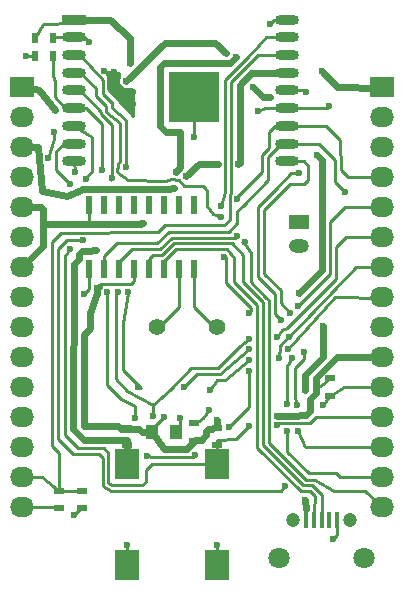
<source format=gbr>
G04 #@! TF.FileFunction,Copper,L1,Top,Signal*
%FSLAX46Y46*%
G04 Gerber Fmt 4.6, Leading zero omitted, Abs format (unit mm)*
G04 Created by KiCad (PCBNEW 4.0.4+e1-6308~48~ubuntu16.04.1-stable) date Thu Nov 24 17:46:36 2016*
%MOMM*%
%LPD*%
G01*
G04 APERTURE LIST*
%ADD10C,0.100000*%
%ADD11R,1.000000X1.250000*%
%ADD12R,2.032000X1.727200*%
%ADD13O,2.032000X1.727200*%
%ADD14C,1.800000*%
%ADD15C,1.200000*%
%ADD16R,0.400000X1.350000*%
%ADD17R,1.700000X1.200000*%
%ADD18O,1.700000X1.200000*%
%ADD19R,2.000000X2.500000*%
%ADD20R,0.600000X1.500000*%
%ADD21O,2.000000X0.900000*%
%ADD22R,2.000000X0.900000*%
%ADD23R,4.300000X4.300000*%
%ADD24C,1.422400*%
%ADD25R,0.900000X0.500000*%
%ADD26R,0.500000X0.900000*%
%ADD27C,0.600000*%
%ADD28C,0.250000*%
%ADD29C,0.600000*%
%ADD30C,0.254000*%
G04 APERTURE END LIST*
D10*
D11*
X130445000Y-137795000D03*
X132445000Y-137795000D03*
D12*
X119380000Y-108585000D03*
D13*
X119380000Y-111125000D03*
X119380000Y-113665000D03*
X119380000Y-116205000D03*
X119380000Y-118745000D03*
X119380000Y-121285000D03*
X119380000Y-123825000D03*
X119380000Y-126365000D03*
X119380000Y-128905000D03*
X119380000Y-131445000D03*
X119380000Y-133985000D03*
X119380000Y-136525000D03*
X119380000Y-139065000D03*
X119380000Y-141605000D03*
X119380000Y-144145000D03*
D14*
X148405000Y-148460000D03*
D15*
X147205000Y-145210000D03*
D16*
X144780000Y-145260000D03*
X144130000Y-145260000D03*
X143480000Y-145260000D03*
X145430000Y-145260000D03*
X146080000Y-145260000D03*
D15*
X142355000Y-145210000D03*
D14*
X141155000Y-148460000D03*
D12*
X149880000Y-108585000D03*
D13*
X149880000Y-111125000D03*
X149880000Y-113665000D03*
X149880000Y-116205000D03*
X149880000Y-118745000D03*
X149880000Y-121285000D03*
X149880000Y-123825000D03*
X149880000Y-126365000D03*
X149880000Y-128905000D03*
X149880000Y-131445000D03*
X149880000Y-133985000D03*
X149880000Y-136525000D03*
X149880000Y-139065000D03*
X149880000Y-141605000D03*
X149880000Y-144145000D03*
D17*
X142875000Y-120015000D03*
D18*
X142875000Y-122015000D03*
D19*
X135890000Y-140505000D03*
X135890000Y-149055000D03*
X128270000Y-140505000D03*
X128270000Y-149055000D03*
D20*
X125095000Y-123985000D03*
X126365000Y-123985000D03*
X127635000Y-123985000D03*
X128905000Y-123985000D03*
X130175000Y-123985000D03*
X131445000Y-123985000D03*
X132715000Y-123985000D03*
X133985000Y-123985000D03*
X133985000Y-118585000D03*
X132715000Y-118585000D03*
X131445000Y-118585000D03*
X130175000Y-118585000D03*
X128905000Y-118585000D03*
X127635000Y-118585000D03*
X126365000Y-118585000D03*
X125095000Y-118585000D03*
D21*
X141825000Y-114870000D03*
X123825000Y-114870000D03*
D22*
X123825000Y-102870000D03*
D21*
X123825000Y-104370000D03*
X123825000Y-105870000D03*
X123825000Y-107370000D03*
X123825000Y-108870000D03*
X123825000Y-110370000D03*
X123825000Y-111870000D03*
X123825000Y-113370000D03*
X141825000Y-113370000D03*
X141825000Y-111870000D03*
X141825000Y-110370000D03*
X141825000Y-108870000D03*
X141825000Y-107370000D03*
X141825000Y-105870000D03*
X141825000Y-104370000D03*
X141825000Y-102870000D03*
D23*
X133945000Y-109450000D03*
D24*
X130810000Y-128905000D03*
X135890000Y-128905000D03*
D25*
X128270000Y-137420000D03*
X128270000Y-138920000D03*
X135890000Y-137420000D03*
X135890000Y-138920000D03*
X145500000Y-133250000D03*
X145500000Y-134750000D03*
X133985000Y-138545000D03*
X133985000Y-137045000D03*
D26*
X122030000Y-105990000D03*
X120530000Y-105990000D03*
X120550000Y-104390000D03*
X122050000Y-104390000D03*
D25*
X124460000Y-144260000D03*
X124460000Y-142760000D03*
X122555000Y-144260000D03*
X122555000Y-142760000D03*
D27*
X119710000Y-105960000D03*
X145720000Y-146880000D03*
X140390000Y-103250000D03*
X126350000Y-107180000D03*
X127170000Y-107270000D03*
X128850000Y-109990000D03*
X128830000Y-108960000D03*
X134000000Y-112800000D03*
X139370000Y-110640000D03*
X145430000Y-110200000D03*
X124700000Y-126100000D03*
X123860000Y-115790000D03*
X132790000Y-136570000D03*
X135890000Y-147320000D03*
X128270000Y-147320000D03*
X123825000Y-144780000D03*
X132430000Y-115760000D03*
X129630000Y-120080000D03*
X140980000Y-136410000D03*
X128530000Y-106510000D03*
X144820000Y-107230000D03*
X137550000Y-106010000D03*
X135890000Y-136750000D03*
X126610000Y-120180000D03*
X132800000Y-112400000D03*
X125800000Y-125600000D03*
X125200000Y-129000000D03*
X131445000Y-136525000D03*
X141980000Y-129710000D03*
X138600000Y-127700000D03*
X136500000Y-123000000D03*
X136300000Y-119600000D03*
X141140000Y-131550000D03*
X138600000Y-131700000D03*
X135300000Y-134200000D03*
X135255000Y-135890000D03*
X128190000Y-115390000D03*
X141930000Y-130720000D03*
X129270000Y-133990000D03*
X128360000Y-125960000D03*
X133100000Y-134000000D03*
X138600000Y-130800000D03*
X127060000Y-116310000D03*
X127540000Y-125960000D03*
X140980000Y-129760000D03*
X130500000Y-136450000D03*
X138600000Y-129900000D03*
X126160000Y-115600000D03*
X129000000Y-136620000D03*
X126630000Y-125900000D03*
X130000000Y-139790000D03*
X134100000Y-139740000D03*
X136900000Y-137400000D03*
X138600000Y-132600000D03*
X142810000Y-127160000D03*
X143400000Y-134200000D03*
X144890000Y-128780000D03*
X142900000Y-125990000D03*
X144410000Y-114360000D03*
X138940000Y-108560000D03*
X140370000Y-109430000D03*
X128240000Y-108060000D03*
X136680000Y-105740000D03*
X143370000Y-143560000D03*
X125690000Y-117200000D03*
X125660000Y-122400000D03*
X137740000Y-115110000D03*
X135980000Y-115110000D03*
X132270000Y-117100000D03*
X133270000Y-116110000D03*
X122100000Y-112400000D03*
X121650000Y-114580000D03*
X125100000Y-104800000D03*
X146750000Y-117450000D03*
X137630000Y-121200000D03*
X137650000Y-118030000D03*
X124800000Y-116330000D03*
X124570000Y-121550000D03*
X141700000Y-142400000D03*
X144910000Y-135510000D03*
X140980000Y-137220000D03*
X138670000Y-137240000D03*
X123510000Y-122280000D03*
X123440000Y-116810000D03*
X142700000Y-135500000D03*
X142750000Y-137690000D03*
X143300000Y-131000000D03*
X142100000Y-127700000D03*
X142900000Y-115900000D03*
X141890000Y-137730000D03*
X141870000Y-135450000D03*
X142280000Y-131550000D03*
X141300000Y-128300000D03*
X143500000Y-109000000D03*
X136290000Y-118640000D03*
X138280000Y-121700000D03*
X122180000Y-110540000D03*
D28*
X132715000Y-123985000D02*
X132715000Y-127185000D01*
X132715000Y-127185000D02*
X130995000Y-128905000D01*
X130995000Y-128905000D02*
X130810000Y-128905000D01*
X120530000Y-105990000D02*
X120110000Y-105960000D01*
X120110000Y-105960000D02*
X119710000Y-105960000D01*
X146080000Y-145260000D02*
X146080000Y-146520000D01*
X146080000Y-146520000D02*
X145720000Y-146880000D01*
X141825000Y-102870000D02*
X140770000Y-102870000D01*
X140770000Y-102870000D02*
X140390000Y-103250000D01*
X128850000Y-109990000D02*
X128850000Y-111010000D01*
X126680002Y-107510002D02*
X126350000Y-107180000D01*
X126680002Y-108760000D02*
X126680002Y-107510002D01*
X127590000Y-109669998D02*
X126680002Y-108760000D01*
X127590000Y-109750000D02*
X127590000Y-109669998D01*
X128850000Y-111010000D02*
X127590000Y-109750000D01*
X127170000Y-107270000D02*
X127170000Y-107880000D01*
X128580000Y-108710000D02*
X128830000Y-108960000D01*
X128000000Y-108710000D02*
X128580000Y-108710000D01*
X127170000Y-107880000D02*
X128000000Y-108710000D01*
X128830000Y-108960000D02*
X128830000Y-109140000D01*
X128850000Y-109990000D02*
X128830000Y-110010000D01*
X128830000Y-108960000D02*
X128850000Y-108980000D01*
X128850000Y-108980000D02*
X128850000Y-109990000D01*
X133945000Y-109450000D02*
X133945000Y-112745000D01*
X133945000Y-112745000D02*
X134000000Y-112800000D01*
X141825000Y-110370000D02*
X140530000Y-110370000D01*
X139960000Y-110370000D02*
X139370000Y-110640000D01*
X140530000Y-110370000D02*
X139960000Y-110370000D01*
X141825000Y-110370000D02*
X145260000Y-110370000D01*
X145260000Y-110370000D02*
X145430000Y-110200000D01*
X125095000Y-123985000D02*
X125095000Y-125705000D01*
X125095000Y-125705000D02*
X124700000Y-126100000D01*
X123825000Y-114870000D02*
X123885000Y-115765000D01*
X123885000Y-115765000D02*
X123860000Y-115790000D01*
X132445000Y-137795000D02*
X132715000Y-137795000D01*
X132715000Y-137795000D02*
X132790000Y-136570000D01*
X135890000Y-149055000D02*
X135890000Y-147320000D01*
X128270000Y-149055000D02*
X128270000Y-147320000D01*
X124460000Y-144160000D02*
X124460000Y-144145000D01*
X124460000Y-144145000D02*
X123825000Y-144780000D01*
X135890000Y-128905000D02*
X135705000Y-128905000D01*
X135705000Y-128905000D02*
X133985000Y-127185000D01*
X133985000Y-127185000D02*
X133985000Y-123985000D01*
D29*
X132800000Y-115390000D02*
X132430000Y-115760000D01*
X132800000Y-112400000D02*
X132800000Y-114700000D01*
X129530000Y-120180000D02*
X126610000Y-120180000D01*
X129630000Y-120080000D02*
X129530000Y-120180000D01*
X132800000Y-114700000D02*
X132800000Y-115390000D01*
D28*
X123825000Y-102870000D02*
X123450000Y-102870000D01*
X123450000Y-102870000D02*
X122400000Y-103210000D01*
X121220000Y-103210000D02*
X120550000Y-104390000D01*
X122400000Y-103210000D02*
X121220000Y-103210000D01*
X145500000Y-133250000D02*
X144875000Y-133745000D01*
X144875000Y-133745000D02*
X144290000Y-134150000D01*
D29*
X149840000Y-131470000D02*
X146065000Y-131445000D01*
X144290000Y-133220000D02*
X146065000Y-131445000D01*
X143490000Y-136370000D02*
X143820000Y-136040000D01*
X141180000Y-136410000D02*
X140980000Y-136410000D01*
X141620000Y-136410000D02*
X141180000Y-136410000D01*
X142270000Y-136410000D02*
X141620000Y-136410000D01*
X143490000Y-136370000D02*
X142270000Y-136410000D01*
X144290000Y-134520000D02*
X144290000Y-134150000D01*
X144290000Y-134150000D02*
X144290000Y-133250000D01*
X143820000Y-134990000D02*
X144290000Y-134520000D01*
X143820000Y-136040000D02*
X143820000Y-134990000D01*
X144290000Y-133250000D02*
X144290000Y-133220000D01*
D28*
X128905000Y-123985000D02*
X128905000Y-125035000D01*
X126130000Y-125270000D02*
X125800000Y-125600000D01*
X128670000Y-125270000D02*
X126130000Y-125270000D01*
X128905000Y-125035000D02*
X128670000Y-125270000D01*
D29*
X128530000Y-106510000D02*
X128530000Y-104470000D01*
X128530000Y-104470000D02*
X126900000Y-102900000D01*
X129340000Y-137540000D02*
X128010000Y-137540000D01*
X128010000Y-137540000D02*
X127760000Y-137540000D01*
X129595000Y-137795000D02*
X129340000Y-137540000D01*
X130445000Y-137795000D02*
X129595000Y-137795000D01*
X127540000Y-137320000D02*
X124720000Y-137300000D01*
X124660000Y-129540000D02*
X125200000Y-129000000D01*
X124689998Y-137269998D02*
X124660000Y-129540000D01*
X124720000Y-137300000D02*
X124689998Y-137269998D01*
X127760000Y-137540000D02*
X127540000Y-137320000D01*
X125060000Y-120180000D02*
X121200000Y-120180000D01*
X121200000Y-120180000D02*
X121200000Y-118900000D01*
X121200000Y-118900000D02*
X121045000Y-118745000D01*
X121045000Y-118745000D02*
X119380000Y-118745000D01*
X126610000Y-120180000D02*
X125060000Y-120180000D01*
D28*
X125095000Y-120145000D02*
X125095000Y-118585000D01*
X125060000Y-120180000D02*
X125095000Y-120145000D01*
D29*
X131620000Y-112400000D02*
X132800000Y-112400000D01*
X131120000Y-111900000D02*
X131620000Y-112400000D01*
X144820000Y-107230000D02*
X146060000Y-108610000D01*
X149780000Y-108630000D02*
X146060000Y-108610000D01*
X131120000Y-106890000D02*
X131120000Y-111900000D01*
X131450000Y-106560000D02*
X131120000Y-106890000D01*
X137000000Y-106560000D02*
X131450000Y-106560000D01*
X137550000Y-106010000D02*
X137000000Y-106560000D01*
X135890000Y-136750000D02*
X135890000Y-137290000D01*
D28*
X135890000Y-137290000D02*
X135830000Y-137500000D01*
X126610000Y-120180000D02*
X126505000Y-120075000D01*
X119380000Y-118745000D02*
X120045000Y-118745000D01*
D29*
X121200000Y-118900000D02*
X121200000Y-122005000D01*
X121200000Y-122005000D02*
X119380000Y-123825000D01*
X125930000Y-125470000D02*
X125800000Y-125600000D01*
X125200000Y-129000000D02*
X125210000Y-127700000D01*
X125210000Y-127700000D02*
X125800000Y-126000000D01*
X125800000Y-126000000D02*
X125800000Y-125600000D01*
X135510000Y-137540000D02*
X135160000Y-137540000D01*
X135160000Y-137540000D02*
X135000000Y-137700000D01*
X135000000Y-137700000D02*
X135000000Y-138000000D01*
X135000000Y-138000000D02*
X134570000Y-138430000D01*
X134570000Y-138430000D02*
X134130000Y-138430000D01*
X134130000Y-138430000D02*
X133970000Y-138525000D01*
D28*
X133985000Y-138285000D02*
X133970000Y-138290000D01*
X135830000Y-137500000D02*
X135510000Y-137540000D01*
D29*
X134620000Y-138430000D02*
X134365000Y-138430000D01*
X131410000Y-139240000D02*
X130445000Y-137795000D01*
X133390000Y-139230000D02*
X131410000Y-139240000D01*
X134070000Y-138430000D02*
X133390000Y-139230000D01*
X134620000Y-138430000D02*
X134070000Y-138430000D01*
X123825000Y-102870000D02*
X126890000Y-102890000D01*
D28*
X130445000Y-137795000D02*
X130445000Y-137525000D01*
X130445000Y-137525000D02*
X131445000Y-136525000D01*
X135830000Y-137500000D02*
X135890000Y-137160000D01*
X147675000Y-123825000D02*
X141980000Y-129710000D01*
X132710365Y-116412414D02*
X133126346Y-116940000D01*
X128350000Y-116490000D02*
X131620000Y-116500000D01*
X131620000Y-116500000D02*
X132040000Y-116400000D01*
X132040000Y-116400000D02*
X132710365Y-116412414D01*
X138600000Y-127700000D02*
X138800000Y-127500000D01*
X138800000Y-127500000D02*
X138800000Y-127300000D01*
X136700000Y-125200000D02*
X136700000Y-123000000D01*
X138800000Y-127300000D02*
X136700000Y-125200000D01*
X136700000Y-123000000D02*
X136500000Y-123000000D01*
X125670000Y-109360000D02*
X126540000Y-110200000D01*
X125670000Y-108690000D02*
X125670000Y-109360000D01*
X124350000Y-107370000D02*
X125670000Y-108690000D01*
X126540000Y-110200000D02*
X126538992Y-110168992D01*
X126560000Y-110710000D02*
X127700000Y-111610000D01*
X126538992Y-110168992D02*
X126560000Y-110710000D01*
X127700000Y-111610000D02*
X127690000Y-114800000D01*
X127690000Y-114800000D02*
X127500000Y-115090000D01*
X127500000Y-115090000D02*
X127490000Y-115750000D01*
X127490000Y-115750000D02*
X128350000Y-116490000D01*
X135570000Y-119360000D02*
X136300000Y-119600000D01*
X135100000Y-118690000D02*
X135570000Y-119360000D01*
X135100000Y-117400000D02*
X135100000Y-118690000D01*
X135000000Y-117200000D02*
X135100000Y-117400000D01*
X134730000Y-116930000D02*
X135000000Y-117200000D01*
X133126346Y-116940000D02*
X134730000Y-116930000D01*
X123825000Y-107370000D02*
X124350000Y-107370000D01*
X149880000Y-123820000D02*
X147675000Y-123825000D01*
X141960000Y-129740000D02*
X141222380Y-130479059D01*
X141222380Y-130479059D02*
X141140000Y-131550000D01*
X138600000Y-131700000D02*
X136600000Y-133400000D01*
X136600000Y-133400000D02*
X135900000Y-133400000D01*
X135900000Y-133400000D02*
X135300000Y-134200000D01*
X134710000Y-136590000D02*
X134030000Y-137100000D01*
X135255000Y-135890000D02*
X134710000Y-136590000D01*
X128190000Y-115390000D02*
X128220000Y-111330000D01*
X128220000Y-111330000D02*
X127020000Y-110380000D01*
X127020000Y-110380000D02*
X127020000Y-109870000D01*
X127020000Y-109870000D02*
X126988608Y-109855569D01*
X126230000Y-109144375D02*
X126230000Y-108010000D01*
X126988608Y-109855569D02*
X126230000Y-109144375D01*
X126230000Y-108010000D02*
X124288990Y-105870000D01*
X145935000Y-126365000D02*
X141930000Y-130720000D01*
X145935000Y-126365000D02*
X149870000Y-126400000D01*
X128630000Y-133240000D02*
X128610000Y-133230000D01*
X129450000Y-134030000D02*
X128630000Y-133240000D01*
X124288990Y-105870000D02*
X123825000Y-105870000D01*
X128610000Y-133230000D02*
X127990000Y-132570000D01*
X127990000Y-132570000D02*
X127960000Y-128540000D01*
X127960000Y-128550000D02*
X128370000Y-126000000D01*
X134200000Y-132900000D02*
X133100000Y-134000000D01*
X136200000Y-132900000D02*
X134200000Y-132900000D01*
X138600000Y-130800000D02*
X136200000Y-132900000D01*
X127000000Y-115300000D02*
X127000000Y-116250000D01*
X127000000Y-115300000D02*
X127000000Y-115200000D01*
X124300000Y-108870000D02*
X126100000Y-110670000D01*
X126100000Y-110670000D02*
X126100000Y-110900000D01*
X126100000Y-110900000D02*
X127000000Y-111810000D01*
X127000000Y-111810000D02*
X127000000Y-113120000D01*
X127000000Y-113120000D02*
X127000000Y-115200000D01*
X127000000Y-116250000D02*
X127060000Y-116310000D01*
X127361926Y-127619113D02*
X127361926Y-126138074D01*
X127361926Y-126138074D02*
X127540000Y-125960000D01*
X130500000Y-136450000D02*
X130480000Y-135460000D01*
X128320000Y-134330000D02*
X130480000Y-135460000D01*
X127348388Y-133305068D02*
X128320000Y-134330000D01*
X127361926Y-127619113D02*
X127348388Y-133305068D01*
X140980000Y-129760000D02*
X141400000Y-129130000D01*
X141420000Y-129110000D02*
X141873602Y-128990000D01*
X141400000Y-129130000D02*
X141420000Y-129110000D01*
X124300000Y-108870000D02*
X123825000Y-108870000D01*
X126960000Y-116410000D02*
X127060000Y-116310000D01*
X146815000Y-121285000D02*
X149850000Y-121280000D01*
X146000000Y-122100000D02*
X146815000Y-121285000D01*
X146000000Y-124863602D02*
X146000000Y-122100000D01*
X141863602Y-129000000D02*
X141873602Y-128990000D01*
X141873602Y-128990000D02*
X146000000Y-124863602D01*
X137850000Y-130540000D02*
X138600000Y-129900000D01*
X137800000Y-130600000D02*
X137850000Y-130540000D01*
X136000000Y-132400000D02*
X137800000Y-130600000D01*
X133700000Y-132400000D02*
X136000000Y-132400000D01*
X132013423Y-134114850D02*
X133700000Y-132400000D01*
X130500000Y-135460000D02*
X132013423Y-134114850D01*
X130500000Y-136450000D02*
X130500000Y-135460000D01*
X126160000Y-115600000D02*
X126180000Y-113260000D01*
X124840000Y-110370000D02*
X125600000Y-111130000D01*
X125600000Y-111130000D02*
X125600000Y-111100000D01*
X125600000Y-111100000D02*
X126180000Y-111711351D01*
X126180000Y-111711351D02*
X126180000Y-113260000D01*
X123825000Y-110370000D02*
X124840000Y-110370000D01*
X129000000Y-135610000D02*
X129000000Y-136620000D01*
X127790000Y-135000000D02*
X129000000Y-135610000D01*
X126640000Y-133799051D02*
X127790000Y-135000000D01*
X126640000Y-127427612D02*
X126640000Y-133799051D01*
X126640000Y-127020000D02*
X126640000Y-127427612D01*
X126630000Y-125900000D02*
X126640000Y-127020000D01*
X126180000Y-113260000D02*
X126180000Y-113260000D01*
X130000000Y-139790000D02*
X130479798Y-139933935D01*
X130479798Y-139933935D02*
X133900000Y-139940000D01*
X133900000Y-139940000D02*
X134100000Y-139740000D01*
X136900000Y-137400000D02*
X138600000Y-135700000D01*
X138600000Y-135700000D02*
X138600000Y-132600000D01*
X142810000Y-127160000D02*
X145500000Y-124400000D01*
X145500000Y-124400000D02*
X145500000Y-121900000D01*
X145500000Y-121900000D02*
X145500000Y-120000000D01*
X145500000Y-120000000D02*
X146755000Y-118745000D01*
X146755000Y-118745000D02*
X149870000Y-118750000D01*
X123825000Y-110370000D02*
X123070000Y-110370000D01*
X123070000Y-110370000D02*
X122240000Y-109400000D01*
X122240000Y-109400000D02*
X122240000Y-108100000D01*
X122240000Y-108100000D02*
X122045000Y-107625000D01*
X122045000Y-107625000D02*
X122025000Y-106060000D01*
D29*
X143400000Y-134200000D02*
X143400000Y-132920000D01*
X144410000Y-131910000D02*
X144890000Y-131430000D01*
X144890000Y-131430000D02*
X144890000Y-128780000D01*
X142900000Y-125990000D02*
X144840000Y-124050000D01*
X144840000Y-124050000D02*
X144840000Y-114790000D01*
X144840000Y-114790000D02*
X144410000Y-114360000D01*
X143400000Y-132920000D02*
X144410000Y-131910000D01*
X139790000Y-109430000D02*
X140370000Y-109430000D01*
X138940000Y-108560000D02*
X139790000Y-109430000D01*
X128240000Y-108060000D02*
X131480000Y-104820000D01*
X131480000Y-104820000D02*
X135760000Y-104820000D01*
X135760000Y-104820000D02*
X136680000Y-105740000D01*
D28*
X143500000Y-145240000D02*
X143500000Y-144320000D01*
D29*
X143500000Y-144320000D02*
X143370000Y-143560000D01*
D28*
X143500000Y-145240000D02*
X143480000Y-145260000D01*
D29*
X143370000Y-143560000D02*
X143390000Y-143540000D01*
X124500000Y-122420000D02*
X124240000Y-122680000D01*
X124240000Y-122680000D02*
X124240000Y-123110000D01*
X124240000Y-123110000D02*
X123780000Y-123570000D01*
X128270000Y-138425000D02*
X127660000Y-138430000D01*
X127660000Y-138430000D02*
X127100000Y-138460000D01*
X127100000Y-138460000D02*
X126480000Y-138460000D01*
X126480000Y-138460000D02*
X124630000Y-138460000D01*
X123731498Y-137532211D02*
X123780000Y-123570000D01*
X124970000Y-122420000D02*
X125660000Y-122400000D01*
X124630000Y-138460000D02*
X123731498Y-137532211D01*
X128270000Y-138920000D02*
X128270000Y-138425000D01*
X124970000Y-122420000D02*
X124500000Y-122420000D01*
X137740000Y-115110000D02*
X137850000Y-115000000D01*
X137850000Y-115000000D02*
X137850000Y-113640000D01*
X125680000Y-117190000D02*
X127900000Y-117190000D01*
X127900000Y-117190000D02*
X131980000Y-117190000D01*
X125690000Y-117200000D02*
X124520000Y-117200000D01*
X123190000Y-117830000D02*
X124440000Y-117260000D01*
X133270000Y-116110000D02*
X134430000Y-115120000D01*
X132119998Y-117140002D02*
X132270000Y-117100000D01*
X134770000Y-115110000D02*
X135980000Y-115110000D01*
X134430000Y-115120000D02*
X134770000Y-115110000D01*
X128270000Y-138920000D02*
X128270000Y-140505000D01*
X137850000Y-108430000D02*
X138820000Y-107410000D01*
X138820000Y-107410000D02*
X138850000Y-107380000D01*
X141825000Y-107370000D02*
X138850000Y-107380000D01*
X137850000Y-113640000D02*
X137840000Y-112340000D01*
X137840000Y-112340000D02*
X137850000Y-108430000D01*
X120750000Y-113660000D02*
X119380000Y-113665000D01*
X123191250Y-117831340D02*
X121080000Y-117350000D01*
X121080000Y-117350000D02*
X120750000Y-113660000D01*
D28*
X122100000Y-113000000D02*
X122100000Y-112400000D01*
X121650000Y-114580000D02*
X122100000Y-113000000D01*
X125100000Y-104800000D02*
X124670000Y-104370000D01*
X124670000Y-104370000D02*
X123825000Y-104370000D01*
X123825000Y-104370000D02*
X123170000Y-104370000D01*
X123170000Y-104370000D02*
X122350000Y-104360000D01*
X122350000Y-104360000D02*
X122065000Y-104395000D01*
X124460000Y-142760000D02*
X122555000Y-142760000D01*
X122555000Y-142760000D02*
X122555000Y-139535000D01*
X135600000Y-120300000D02*
X131539554Y-120284113D01*
X131519554Y-120264113D02*
X130934849Y-120894446D01*
X130934849Y-120894446D02*
X122700000Y-120900000D01*
X122700000Y-120900000D02*
X122704401Y-120909000D01*
X122704401Y-120909000D02*
X121960000Y-121720000D01*
X136540000Y-120300000D02*
X135600000Y-120300000D01*
X137000000Y-119820000D02*
X136540000Y-120300000D01*
X137000000Y-119250000D02*
X137000000Y-119820000D01*
X137000000Y-117800000D02*
X137000000Y-119250000D01*
X137000000Y-117800000D02*
X137120000Y-117490000D01*
X131539554Y-120284113D02*
X131519554Y-120264113D01*
X121960000Y-121720000D02*
X121960000Y-138940000D01*
X122555000Y-139535000D02*
X121960000Y-138940000D01*
X122520000Y-142810000D02*
X122260000Y-142765000D01*
X141825000Y-105870000D02*
X139390000Y-105870000D01*
X137100000Y-115200000D02*
X137110000Y-117470000D01*
X137110000Y-117470000D02*
X137120000Y-117500000D01*
X137100000Y-108150002D02*
X137100000Y-115200000D01*
X139000000Y-106250002D02*
X137100000Y-108150002D01*
X139360000Y-105900000D02*
X139000000Y-106250002D01*
X139390000Y-105870000D02*
X139360000Y-105900000D01*
X119380000Y-141605000D02*
X121065000Y-141605000D01*
X121065000Y-141605000D02*
X121100000Y-141605000D01*
X121100000Y-141605000D02*
X122520000Y-142810000D01*
X119380000Y-144145000D02*
X122370000Y-144145000D01*
X122370000Y-144145000D02*
X122530000Y-144220000D01*
X144790000Y-145400000D02*
X144780000Y-143080000D01*
X130175000Y-123125000D02*
X130175000Y-123985000D01*
X130500000Y-122800000D02*
X130175000Y-123125000D01*
X131300000Y-122800000D02*
X130500000Y-122800000D01*
X132300000Y-121800000D02*
X131300000Y-122800000D01*
X137157492Y-121809581D02*
X132300000Y-121800000D01*
X139800000Y-126800000D02*
X138100000Y-125100000D01*
X138100000Y-125100000D02*
X138100000Y-122842467D01*
X138100000Y-122842467D02*
X137157492Y-121809581D01*
X139800000Y-138900000D02*
X139800000Y-126800000D01*
X143200000Y-142300000D02*
X139800000Y-138900000D01*
X144000000Y-142300000D02*
X143200000Y-142300000D01*
X144780000Y-143080000D02*
X144000000Y-142300000D01*
X144130000Y-145360000D02*
X144130000Y-143870000D01*
X131445000Y-123345000D02*
X131445000Y-123985000D01*
X132490000Y-122300000D02*
X131445000Y-123345000D01*
X136744823Y-122290481D02*
X132490000Y-122300000D01*
X139300000Y-127000000D02*
X137400000Y-125100000D01*
X137400000Y-125100000D02*
X137400000Y-123035001D01*
X137400000Y-123035001D02*
X136744823Y-122290481D01*
X139300000Y-139100000D02*
X139300000Y-127000000D01*
X143000000Y-142800000D02*
X139300000Y-139100000D01*
X143800000Y-142800000D02*
X143000000Y-142800000D01*
X144200000Y-143200000D02*
X143800000Y-142800000D01*
X144200000Y-143800000D02*
X144200000Y-143200000D01*
X144130000Y-143870000D02*
X144200000Y-143800000D01*
X138119718Y-118620097D02*
X138119718Y-118630282D01*
X126365000Y-122915000D02*
X126365000Y-123985000D01*
X127470000Y-121810000D02*
X126365000Y-122915000D01*
X130830000Y-121810000D02*
X127470000Y-121810000D01*
X131820000Y-120820000D02*
X130830000Y-121810000D01*
X136930000Y-120820000D02*
X131820000Y-120820000D01*
X137650000Y-120100000D02*
X136930000Y-120820000D01*
X137650000Y-119100000D02*
X137650000Y-120100000D01*
X138119718Y-118630282D02*
X137650000Y-119100000D01*
X146750000Y-117450000D02*
X145890000Y-116590000D01*
X145890000Y-116590000D02*
X145890000Y-114730000D01*
X145890000Y-114730000D02*
X144530000Y-113370000D01*
X144530000Y-113370000D02*
X141825000Y-113370000D01*
X142120000Y-113665000D02*
X141825000Y-113370000D01*
X141825000Y-113370000D02*
X141330000Y-113370000D01*
X141330000Y-113370000D02*
X140200000Y-114500000D01*
X140200000Y-114500000D02*
X140210000Y-116490000D01*
X140210000Y-116490000D02*
X138119718Y-118620097D01*
X138119718Y-118620097D02*
X138110000Y-118630000D01*
X137600000Y-117900000D02*
X137600000Y-117980000D01*
X140830000Y-111870000D02*
X140300000Y-112400000D01*
X140300000Y-113700000D02*
X140300000Y-112400000D01*
X139700000Y-114300000D02*
X140300000Y-113700000D01*
X139700000Y-115800000D02*
X139700000Y-114300000D01*
X137600000Y-117900000D02*
X139700000Y-115800000D01*
X128710000Y-122320000D02*
X127635000Y-123395000D01*
X131100000Y-122320000D02*
X128710000Y-122320000D01*
X132090000Y-121330000D02*
X131100000Y-122320000D01*
X137500000Y-121330000D02*
X132090000Y-121330000D01*
X137630000Y-121200000D02*
X137500000Y-121330000D01*
X137600000Y-117980000D02*
X137650000Y-118030000D01*
X127635000Y-123395000D02*
X127635000Y-123985000D01*
X149870000Y-116210000D02*
X147005000Y-116205000D01*
X147005000Y-116205000D02*
X146400000Y-115600000D01*
X146400000Y-115600000D02*
X146350499Y-113125928D01*
X146348933Y-113085219D02*
X145170000Y-111870000D01*
X145170000Y-111870000D02*
X141825000Y-111870000D01*
X140830000Y-111870000D02*
X141825000Y-111870000D01*
X144990000Y-135430000D02*
X145455000Y-134695000D01*
X124900000Y-116430000D02*
X124800000Y-116330000D01*
X123250000Y-121540000D02*
X124570000Y-121550000D01*
X122460000Y-138410000D02*
X122480000Y-122300000D01*
X122460000Y-138410000D02*
X123690000Y-139640000D01*
X123690000Y-139640000D02*
X125920000Y-139630000D01*
X125920000Y-139630000D02*
X125920000Y-139630000D01*
X125920000Y-139630000D02*
X126260000Y-140020000D01*
X126260000Y-140020000D02*
X126260000Y-142380000D01*
X126260000Y-142380000D02*
X126950000Y-142780000D01*
X126950000Y-142780000D02*
X141349998Y-142770002D01*
X141349998Y-142770002D02*
X141700000Y-142400000D01*
X144910000Y-135510000D02*
X144990000Y-135430000D01*
X122480000Y-122300000D02*
X123240000Y-121540000D01*
X145500000Y-134740000D02*
X146650000Y-133980000D01*
X146650000Y-133980000D02*
X149890000Y-133980000D01*
X123825000Y-111870000D02*
X125330000Y-112770000D01*
X125330000Y-115699500D02*
X124800000Y-116260000D01*
X125330000Y-112770000D02*
X125330000Y-115699500D01*
X135890000Y-138920000D02*
X135890000Y-138425000D01*
X138670000Y-137240000D02*
X137543664Y-138394918D01*
X137510000Y-138420000D02*
X135890000Y-138425000D01*
X137543664Y-138394918D02*
X137510000Y-138420000D01*
X135890000Y-138920000D02*
X135890000Y-140505000D01*
X123510000Y-122280000D02*
X123490000Y-122260000D01*
X135890000Y-140505000D02*
X130395000Y-140505000D01*
X123030000Y-138040000D02*
X123020000Y-122910000D01*
X123020000Y-122910000D02*
X123490000Y-122260000D01*
X124120000Y-139130000D02*
X123030000Y-138040000D01*
X126319998Y-139130000D02*
X124120000Y-139130000D01*
X126720000Y-139600000D02*
X126319998Y-139130000D01*
X126720000Y-142110000D02*
X126720000Y-139600000D01*
X127020000Y-142300000D02*
X126720000Y-142110000D01*
X129600000Y-142300000D02*
X127020000Y-142300000D01*
X129900000Y-142000000D02*
X129600000Y-142300000D01*
X129900000Y-141000000D02*
X129900000Y-142000000D01*
X130395000Y-140505000D02*
X129900000Y-141000000D01*
X122930000Y-113370000D02*
X122330000Y-113970000D01*
X123440000Y-116810000D02*
X122320000Y-115580000D01*
X122320000Y-115580000D02*
X122330000Y-113970000D01*
X141490000Y-137035002D02*
X141164998Y-137035002D01*
X141164998Y-137035002D02*
X140980000Y-137220000D01*
X146220000Y-136520000D02*
X144340000Y-136520000D01*
X149860000Y-136520000D02*
X146220000Y-136520000D01*
X143754998Y-137035002D02*
X141490000Y-137035002D01*
X144340000Y-136520000D02*
X143754998Y-137035002D01*
X122930000Y-113370000D02*
X123825000Y-113370000D01*
X141005000Y-137245000D02*
X140980000Y-137220000D01*
X149880000Y-139070000D02*
X143365000Y-139065000D01*
X142700000Y-135500000D02*
X142530000Y-134870000D01*
X142530000Y-134870000D02*
X142530000Y-133990000D01*
X143365000Y-139065000D02*
X142750000Y-137690000D01*
X141825000Y-114870000D02*
X143250000Y-114870000D01*
X142530000Y-132370000D02*
X142530000Y-133990000D01*
X143330000Y-131570000D02*
X142530000Y-132370000D01*
X143330000Y-130970000D02*
X143330000Y-131570000D01*
X143300000Y-131000000D02*
X143330000Y-130970000D01*
X141300000Y-126900000D02*
X142100000Y-127700000D01*
X141300000Y-125800000D02*
X141300000Y-126900000D01*
X139900000Y-124400000D02*
X141300000Y-125800000D01*
X139900000Y-119000000D02*
X139900000Y-124400000D01*
X142100000Y-116800000D02*
X139900000Y-119000000D01*
X143300000Y-116800000D02*
X142100000Y-116800000D01*
X143660000Y-116440000D02*
X143300000Y-116800000D01*
X143660000Y-115280000D02*
X143660000Y-116440000D01*
X143250000Y-114870000D02*
X143660000Y-115280000D01*
X146295000Y-141605000D02*
X145990000Y-141300000D01*
X145990000Y-141300000D02*
X143700000Y-141300000D01*
X143700000Y-141300000D02*
X141880000Y-139470000D01*
X141880000Y-139470000D02*
X141876718Y-137743282D01*
X141876718Y-137743282D02*
X141890000Y-137730000D01*
X141870000Y-135450000D02*
X141890000Y-134700000D01*
X141890000Y-134700000D02*
X141890000Y-132190000D01*
X141890000Y-132190000D02*
X142280000Y-131550000D01*
X141300000Y-128300000D02*
X140800000Y-127800000D01*
X140800000Y-127800000D02*
X140800000Y-126100000D01*
X140800000Y-126100000D02*
X139400000Y-124700000D01*
X139400000Y-124700000D02*
X139400000Y-118700000D01*
X139400000Y-118700000D02*
X140800000Y-117300000D01*
X140800000Y-117300000D02*
X140800000Y-117290000D01*
X140800000Y-117290000D02*
X142190000Y-115900000D01*
X142190000Y-115900000D02*
X142900000Y-115900000D01*
X149890000Y-141610000D02*
X146295000Y-141605000D01*
X143370000Y-108870000D02*
X141825000Y-108870000D01*
X143500000Y-109000000D02*
X143370000Y-108870000D01*
X140320000Y-126630000D02*
X140100000Y-126400000D01*
X148490000Y-142750000D02*
X145810000Y-142749998D01*
X145810000Y-142749998D02*
X144250000Y-141850000D01*
X144249998Y-141849998D02*
X143449998Y-141849998D01*
X143449998Y-141849998D02*
X140300000Y-138700000D01*
X140300000Y-138700000D02*
X140320000Y-126630000D01*
X149880000Y-144130000D02*
X148490000Y-142750000D01*
X140030000Y-104340000D02*
X141825000Y-104370000D01*
X139490000Y-105020000D02*
X140030000Y-104340000D01*
X138500000Y-106100000D02*
X139490000Y-105020000D01*
X136600000Y-108000000D02*
X138500000Y-106100000D01*
X136619452Y-117489837D02*
X136600000Y-108000000D01*
X136290000Y-118640000D02*
X136619452Y-117489837D01*
X138248199Y-121731801D02*
X138280000Y-121700000D01*
X138048199Y-121731801D02*
X138248199Y-121731801D01*
X138260000Y-121910000D02*
X138048199Y-121731801D01*
X138800000Y-125100000D02*
X138800000Y-122640000D01*
X138800000Y-122640000D02*
X138260000Y-121910000D01*
X140100000Y-126400000D02*
X138800000Y-125100000D01*
D29*
X119380000Y-108585000D02*
X119925000Y-108585000D01*
X119925000Y-108585000D02*
X120860000Y-108810000D01*
X120860000Y-108810000D02*
X122180000Y-110540000D01*
D30*
G36*
X127169611Y-107326581D02*
X127590775Y-107365578D01*
X127573023Y-108297581D01*
X127582086Y-108347173D01*
X127619720Y-108398408D01*
X127999720Y-108708408D01*
X128044331Y-108731888D01*
X128077691Y-108736979D01*
X128627691Y-108746979D01*
X128635076Y-108746899D01*
X128751316Y-108742249D01*
X128726127Y-110732180D01*
X127680631Y-109968164D01*
X127696804Y-109677045D01*
X127689555Y-109627156D01*
X127659803Y-109580197D01*
X126798746Y-108719140D01*
X126826931Y-107864185D01*
X126812317Y-107800722D01*
X126538276Y-107281486D01*
X127169611Y-107326581D01*
X127169611Y-107326581D01*
G37*
X127169611Y-107326581D02*
X127590775Y-107365578D01*
X127573023Y-108297581D01*
X127582086Y-108347173D01*
X127619720Y-108398408D01*
X127999720Y-108708408D01*
X128044331Y-108731888D01*
X128077691Y-108736979D01*
X128627691Y-108746979D01*
X128635076Y-108746899D01*
X128751316Y-108742249D01*
X128726127Y-110732180D01*
X127680631Y-109968164D01*
X127696804Y-109677045D01*
X127689555Y-109627156D01*
X127659803Y-109580197D01*
X126798746Y-108719140D01*
X126826931Y-107864185D01*
X126812317Y-107800722D01*
X126538276Y-107281486D01*
X127169611Y-107326581D01*
M02*

</source>
